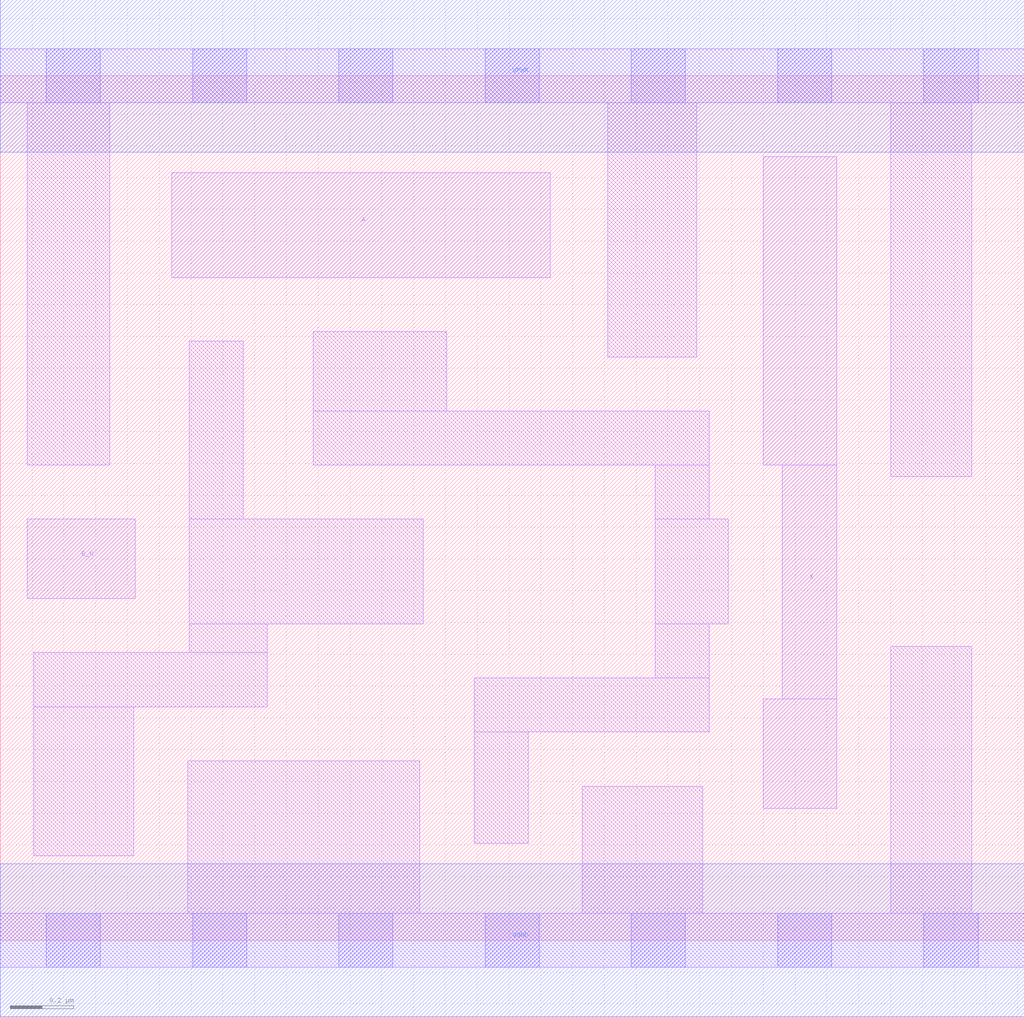
<source format=lef>
# Copyright 2020 The SkyWater PDK Authors
#
# Licensed under the Apache License, Version 2.0 (the "License");
# you may not use this file except in compliance with the License.
# You may obtain a copy of the License at
#
#     https://www.apache.org/licenses/LICENSE-2.0
#
# Unless required by applicable law or agreed to in writing, software
# distributed under the License is distributed on an "AS IS" BASIS,
# WITHOUT WARRANTIES OR CONDITIONS OF ANY KIND, either express or implied.
# See the License for the specific language governing permissions and
# limitations under the License.
#
# SPDX-License-Identifier: Apache-2.0

VERSION 5.7 ;
  NOWIREEXTENSIONATPIN ON ;
  DIVIDERCHAR "/" ;
  BUSBITCHARS "[]" ;
UNITS
  DATABASE MICRONS 200 ;
END UNITS
MACRO sky130_fd_sc_hd__or2b_2
  CLASS CORE ;
  FOREIGN sky130_fd_sc_hd__or2b_2 ;
  ORIGIN  0.000000  0.000000 ;
  SIZE  3.220000 BY  2.720000 ;
  SYMMETRY X Y R90 ;
  SITE unithd ;
  PIN A
    ANTENNAGATEAREA  0.126000 ;
    DIRECTION INPUT ;
    USE SIGNAL ;
    PORT
      LAYER li1 ;
        RECT 0.540000 2.085000 1.730000 2.415000 ;
    END
  END A
  PIN B_N
    ANTENNAGATEAREA  0.126000 ;
    DIRECTION INPUT ;
    USE SIGNAL ;
    PORT
      LAYER li1 ;
        RECT 0.085000 1.075000 0.425000 1.325000 ;
    END
  END B_N
  PIN X
    ANTENNADIFFAREA  0.445500 ;
    DIRECTION OUTPUT ;
    USE SIGNAL ;
    PORT
      LAYER li1 ;
        RECT 2.400000 0.415000 2.630000 0.760000 ;
        RECT 2.400000 1.495000 2.630000 2.465000 ;
        RECT 2.460000 0.760000 2.630000 1.495000 ;
    END
  END X
  PIN VGND
    DIRECTION INOUT ;
    SHAPE ABUTMENT ;
    USE GROUND ;
    PORT
      LAYER met1 ;
        RECT 0.000000 -0.240000 3.220000 0.240000 ;
    END
  END VGND
  PIN VPWR
    DIRECTION INOUT ;
    SHAPE ABUTMENT ;
    USE POWER ;
    PORT
      LAYER met1 ;
        RECT 0.000000 2.480000 3.220000 2.960000 ;
    END
  END VPWR
  OBS
    LAYER li1 ;
      RECT 0.000000 -0.085000 3.220000 0.085000 ;
      RECT 0.000000  2.635000 3.220000 2.805000 ;
      RECT 0.085000  1.495000 0.345000 2.635000 ;
      RECT 0.105000  0.265000 0.420000 0.735000 ;
      RECT 0.105000  0.735000 0.840000 0.905000 ;
      RECT 0.590000  0.085000 1.320000 0.565000 ;
      RECT 0.595000  0.905000 0.840000 0.995000 ;
      RECT 0.595000  0.995000 1.330000 1.325000 ;
      RECT 0.595000  1.325000 0.765000 1.885000 ;
      RECT 0.985000  1.495000 2.230000 1.665000 ;
      RECT 0.985000  1.665000 1.405000 1.915000 ;
      RECT 1.490000  0.305000 1.660000 0.655000 ;
      RECT 1.490000  0.655000 2.230000 0.825000 ;
      RECT 1.830000  0.085000 2.210000 0.485000 ;
      RECT 1.910000  1.835000 2.190000 2.635000 ;
      RECT 2.060000  0.825000 2.230000 0.995000 ;
      RECT 2.060000  0.995000 2.290000 1.325000 ;
      RECT 2.060000  1.325000 2.230000 1.495000 ;
      RECT 2.800000  0.085000 3.055000 0.925000 ;
      RECT 2.800000  1.460000 3.055000 2.635000 ;
    LAYER mcon ;
      RECT 0.145000 -0.085000 0.315000 0.085000 ;
      RECT 0.145000  2.635000 0.315000 2.805000 ;
      RECT 0.605000 -0.085000 0.775000 0.085000 ;
      RECT 0.605000  2.635000 0.775000 2.805000 ;
      RECT 1.065000 -0.085000 1.235000 0.085000 ;
      RECT 1.065000  2.635000 1.235000 2.805000 ;
      RECT 1.525000 -0.085000 1.695000 0.085000 ;
      RECT 1.525000  2.635000 1.695000 2.805000 ;
      RECT 1.985000 -0.085000 2.155000 0.085000 ;
      RECT 1.985000  2.635000 2.155000 2.805000 ;
      RECT 2.445000 -0.085000 2.615000 0.085000 ;
      RECT 2.445000  2.635000 2.615000 2.805000 ;
      RECT 2.905000 -0.085000 3.075000 0.085000 ;
      RECT 2.905000  2.635000 3.075000 2.805000 ;
  END
END sky130_fd_sc_hd__or2b_2
END LIBRARY

</source>
